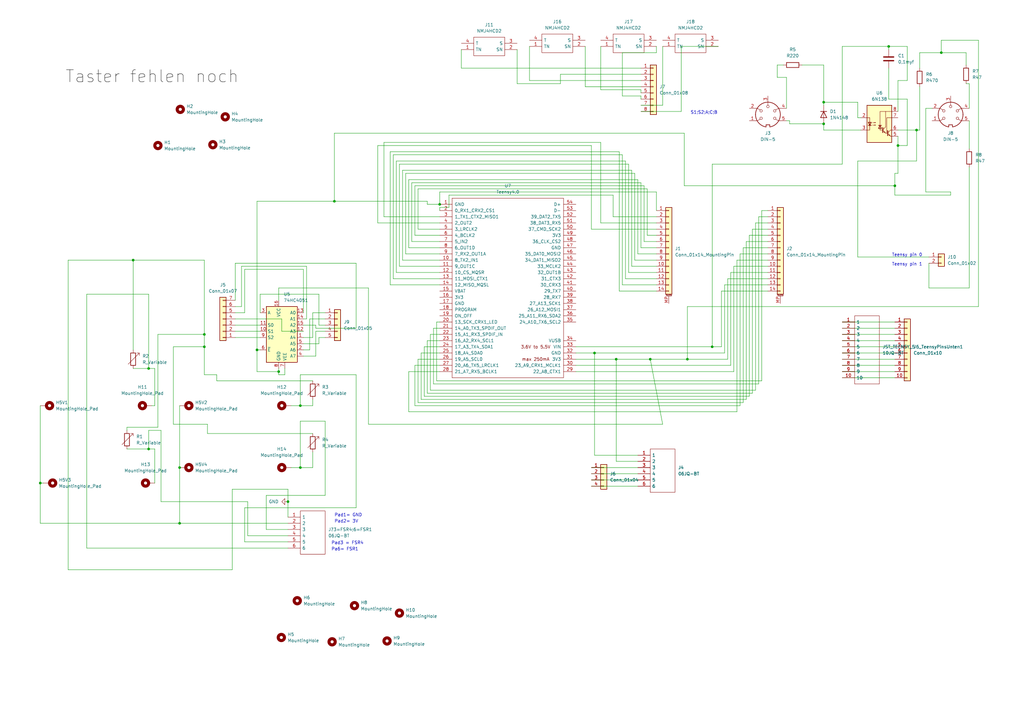
<source format=kicad_sch>
(kicad_sch (version 20211123) (generator eeschema)
  (paper "A3")
  (junction (at 16.51 198.12))
  (junction (at 281.94 147.32))
  (junction (at 337.82 50.8))
  (junction (at 367.03 76.2))
  (junction (at 83.82 137.16))
  (junction (at 123.19 166.37))
  (junction (at 73.66 214.63))
  (junction (at 105.41 143.51))
  (junction (at 252.73 147.32))
  (junction (at 180.34 83.82))
  (junction (at 266.7 147.32))
  (junction (at 364.49 19.05))
  (junction (at 337.82 41.91))
  (junction (at 114.3 152.4))
  (junction (at 137.16 82.55))
  (junction (at 60.96 184.15))
  (junction (at 368.3 59.69))
  (junction (at 118.11 205.74))
  (junction (at 292.1 142.24))
  (junction (at 83.82 142.24))
  (junction (at 123.19 191.77))
  (junction (at 54.61 106.68))
  (junction (at 243.84 144.78))
  (junction (at 60.96 151.13))
  (junction (at 375.92 53.34))
  (junction (at 386.08 21.59))
  (junction (at 73.66 191.77))
  (wire (pts (xy 279.4 19.05) (xy 279.4 45.72)))
  (wire (pts (xy 345.44 67.31) (xy 292.1 67.31)))
  (wire (pts (xy 128.27 163.83) (xy 128.27 166.37)))
  (wire (pts (xy 314.96 91.44) (xy 309.88 91.44)))
  (wire (pts (xy 345.44 137.16) (xy 367.03 137.16)))
  (wire (pts (xy 401.32 16.51) (xy 401.32 125.73)))
  (wire (pts (xy 180.34 139.7) (xy 175.26 139.7)))
  (wire (pts (xy 314.96 114.3) (xy 298.45 114.3)))
  (wire (pts (xy 124.46 140.97) (xy 130.81 140.97)))
  (wire (pts (xy 309.88 160.02) (xy 176.53 160.02)))
  (wire (pts (xy 85.09 177.8) (xy 128.27 177.8)))
  (wire (pts (xy 114.3 123.19) (xy 114.3 118.11)))
  (wire (pts (xy 128.27 156.21) (xy 88.9 156.21)))
  (wire (pts (xy 269.24 119.38) (xy 254 119.38)))
  (wire (pts (xy 96.52 130.81) (xy 115.57 130.81)))
  (wire (pts (xy 101.6 219.71) (xy 118.11 219.71)))
  (wire (pts (xy 130.81 138.43) (xy 133.35 138.43)))
  (wire (pts (xy 100.33 208.28) (xy 100.33 222.25)))
  (wire (pts (xy 318.77 26.67) (xy 321.31 26.67)))
  (wire (pts (xy 118.11 205.74) (xy 118.11 212.09)))
  (wire (pts (xy 265.43 77.47) (xy 171.45 77.47)))
  (wire (pts (xy 129.54 133.35) (xy 124.46 133.35)))
  (wire (pts (xy 189.23 20.32) (xy 189.23 27.94)))
  (wire (pts (xy 314.96 111.76) (xy 299.72 111.76)))
  (wire (pts (xy 100.33 222.25) (xy 118.11 222.25)))
  (wire (pts (xy 54.61 151.13) (xy 60.96 151.13)))
  (wire (pts (xy 345.44 149.86) (xy 367.03 149.86)))
  (wire (pts (xy 271.78 173.99) (xy 266.7 147.32)))
  (wire (pts (xy 229.87 30.48) (xy 262.89 30.48)))
  (wire (pts (xy 279.4 45.72) (xy 262.89 45.72)))
  (wire (pts (xy 63.5 166.37) (xy 62.23 166.37)))
  (wire (pts (xy 123.19 191.77) (xy 128.27 191.77)))
  (wire (pts (xy 128.27 185.42) (xy 128.27 191.77)))
  (wire (pts (xy 314.96 88.9) (xy 311.15 88.9)))
  (wire (pts (xy 27.94 106.68) (xy 27.94 233.68)))
  (wire (pts (xy 375.92 53.34) (xy 377.19 53.34)))
  (wire (pts (xy 109.22 203.2) (xy 109.22 217.17)))
  (wire (pts (xy 60.96 176.53) (xy 60.96 184.15)))
  (wire (pts (xy 66.04 205.74) (xy 101.6 205.74)))
  (wire (pts (xy 351.79 105.41) (xy 381 105.41)))
  (wire (pts (xy 114.3 152.4) (xy 114.3 153.67)))
  (wire (pts (xy 180.34 104.14) (xy 166.37 104.14)))
  (wire (pts (xy 60.96 120.65) (xy 35.56 120.65)))
  (wire (pts (xy 119.38 191.77) (xy 123.19 191.77)))
  (wire (pts (xy 171.45 147.32) (xy 180.34 147.32)))
  (wire (pts (xy 114.3 151.13) (xy 114.3 152.4)))
  (wire (pts (xy 269.24 116.84) (xy 255.27 116.84)))
  (wire (pts (xy 180.34 99.06) (xy 168.91 99.06)))
  (wire (pts (xy 130.81 120.65) (xy 130.81 133.35)))
  (wire (pts (xy 323.85 50.8) (xy 323.85 49.53)))
  (wire (pts (xy 96.52 135.89) (xy 106.68 135.89)))
  (wire (pts (xy 101.6 205.74) (xy 101.6 219.71)))
  (wire (pts (xy 52.07 184.15) (xy 60.96 184.15)))
  (wire (pts (xy 88.9 156.21) (xy 88.9 153.67)))
  (wire (pts (xy 137.16 54.61) (xy 137.16 82.55)))
  (wire (pts (xy 364.49 20.32) (xy 364.49 19.05)))
  (wire (pts (xy 123.19 172.72) (xy 123.19 191.77)))
  (wire (pts (xy 105.41 152.4) (xy 114.3 152.4)))
  (wire (pts (xy 124.46 146.05) (xy 129.54 146.05)))
  (wire (pts (xy 367.03 76.2) (xy 280.67 76.2)))
  (wire (pts (xy 96.52 138.43) (xy 106.68 138.43)))
  (wire (pts (xy 27.94 106.68) (xy 54.61 106.68)))
  (wire (pts (xy 177.8 157.48) (xy 177.8 134.62)))
  (wire (pts (xy 379.73 44.45) (xy 379.73 78.74)))
  (wire (pts (xy 175.26 139.7) (xy 175.26 161.29)))
  (wire (pts (xy 368.3 59.69) (xy 368.3 71.12)))
  (wire (pts (xy 255.27 63.5) (xy 255.27 116.84)))
  (wire (pts (xy 16.51 214.63) (xy 16.51 198.12)))
  (wire (pts (xy 367.03 76.2) (xy 367.03 80.01)))
  (wire (pts (xy 281.94 147.32) (xy 298.45 147.32)))
  (wire (pts (xy 364.49 19.05) (xy 372.11 19.05)))
  (wire (pts (xy 246.38 58.42) (xy 157.48 58.42)))
  (wire (pts (xy 246.38 19.05) (xy 246.38 36.83)))
  (wire (pts (xy 312.42 86.36) (xy 312.42 156.21)))
  (wire (pts (xy 73.66 166.37) (xy 73.66 191.77)))
  (wire (pts (xy 71.12 142.24) (xy 83.82 142.24)))
  (wire (pts (xy 180.34 144.78) (xy 172.72 144.78)))
  (wire (pts (xy 292.1 142.24) (xy 295.91 142.24)))
  (wire (pts (xy 345.44 139.7) (xy 367.03 139.7)))
  (wire (pts (xy 308.61 93.98) (xy 314.96 93.98)))
  (wire (pts (xy 240.03 35.56) (xy 262.89 35.56)))
  (wire (pts (xy 345.44 19.05) (xy 345.44 67.31)))
  (wire (pts (xy 367.03 71.12) (xy 367.03 76.2)))
  (wire (pts (xy 175.26 82.55) (xy 175.26 83.82)))
  (wire (pts (xy 160.02 62.23) (xy 160.02 116.84)))
  (wire (pts (xy 165.1 106.68) (xy 180.34 106.68)))
  (wire (pts (xy 242.57 59.69) (xy 154.94 59.69)))
  (wire (pts (xy 127 130.81) (xy 133.35 130.81)))
  (wire (pts (xy 262.89 36.83) (xy 262.89 38.1)))
  (wire (pts (xy 297.18 116.84) (xy 297.18 144.78)))
  (wire (pts (xy 129.54 135.89) (xy 133.35 135.89)))
  (wire (pts (xy 99.06 109.22) (xy 99.06 125.73)))
  (wire (pts (xy 133.35 172.72) (xy 133.35 203.2)))
  (wire (pts (xy 265.43 96.52) (xy 265.43 77.47)))
  (wire (pts (xy 124.46 135.89) (xy 115.57 135.89)))
  (wire (pts (xy 242.57 194.31) (xy 261.62 194.31)))
  (wire (pts (xy 401.32 125.73) (xy 281.94 125.73)))
  (wire (pts (xy 243.84 144.78) (xy 297.18 144.78)))
  (wire (pts (xy 299.72 111.76) (xy 299.72 149.86)))
  (wire (pts (xy 309.88 91.44) (xy 309.88 160.02)))
  (wire (pts (xy 114.3 118.11) (xy 151.13 118.11)))
  (wire (pts (xy 124.46 138.43) (xy 128.27 138.43)))
  (wire (pts (xy 266.7 147.32) (xy 281.94 147.32)))
  (wire (pts (xy 377.19 21.59) (xy 386.08 21.59)))
  (wire (pts (xy 261.62 73.66) (xy 167.64 73.66)))
  (wire (pts (xy 173.99 142.24) (xy 180.34 142.24)))
  (wire (pts (xy 306.07 99.06) (xy 314.96 99.06)))
  (wire (pts (xy 133.35 203.2) (xy 109.22 203.2)))
  (wire (pts (xy 259.08 69.85) (xy 165.1 69.85)))
  (wire (pts (xy 269.24 78.74) (xy 180.34 78.74)))
  (wire (pts (xy 318.77 31.75) (xy 318.77 26.67)))
  (wire (pts (xy 179.07 132.08) (xy 180.34 132.08)))
  (wire (pts (xy 368.3 71.12) (xy 367.03 71.12)))
  (wire (pts (xy 345.44 142.24) (xy 367.03 142.24)))
  (wire (pts (xy 314.96 96.52) (xy 307.34 96.52)))
  (wire (pts (xy 280.67 76.2) (xy 280.67 54.61)))
  (wire (pts (xy 259.08 109.22) (xy 259.08 69.85)))
  (wire (pts (xy 261.62 189.23) (xy 252.73 189.23)))
  (wire (pts (xy 269.24 111.76) (xy 257.81 111.76)))
  (wire (pts (xy 314.96 109.22) (xy 300.99 109.22)))
  (wire (pts (xy 167.64 101.6) (xy 180.34 101.6)))
  (wire (pts (xy 166.37 104.14) (xy 166.37 71.12)))
  (wire (pts (xy 397.51 118.11) (xy 381 118.11)))
  (wire (pts (xy 129.54 135.89) (xy 129.54 146.05)))
  (wire (pts (xy 397.51 44.45) (xy 397.51 34.29)))
  (wire (pts (xy 255.27 63.5) (xy 161.29 63.5)))
  (wire (pts (xy 63.5 184.15) (xy 63.5 198.12)))
  (wire (pts (xy 314.96 101.6) (xy 304.8 101.6)))
  (wire (pts (xy 236.22 142.24) (xy 292.1 142.24)))
  (wire (pts (xy 184.15 80.01) (xy 251.46 80.01)))
  (wire (pts (xy 256.54 114.3) (xy 256.54 66.04)))
  (wire (pts (xy 16.51 198.12) (xy 17.78 198.12)))
  (wire (pts (xy 262.89 39.37) (xy 262.89 40.64)))
  (wire (pts (xy 303.53 166.37) (xy 303.53 104.14)))
  (wire (pts (xy 162.56 66.04) (xy 162.56 111.76)))
  (wire (pts (xy 125.73 109.22) (xy 99.06 109.22)))
  (wire (pts (xy 123.19 153.67) (xy 123.19 166.37)))
  (wire (pts (xy 307.34 96.52) (xy 307.34 162.56)))
  (wire (pts (xy 382.27 44.45) (xy 379.73 44.45)))
  (wire (pts (xy 254 119.38) (xy 254 62.23)))
  (wire (pts (xy 118.11 200.66) (xy 118.11 205.74)))
  (wire (pts (xy 128.27 128.27) (xy 133.35 128.27)))
  (wire (pts (xy 264.16 76.2) (xy 170.18 76.2)))
  (wire (pts (xy 64.77 175.26) (xy 64.77 137.16)))
  (wire (pts (xy 105.41 82.55) (xy 105.41 143.51)))
  (wire (pts (xy 73.66 191.77) (xy 73.66 214.63)))
  (wire (pts (xy 386.08 21.59) (xy 396.24 21.59)))
  (wire (pts (xy 242.57 199.39) (xy 261.62 199.39)))
  (wire (pts (xy 127 130.81) (xy 127 143.51)))
  (wire (pts (xy 269.24 19.05) (xy 269.24 21.59)))
  (wire (pts (xy 269.24 21.59) (xy 255.27 21.59)))
  (wire (pts (xy 52.07 175.26) (xy 64.77 175.26)))
  (wire (pts (xy 229.87 34.29) (xy 229.87 30.48)))
  (wire (pts (xy 83.82 106.68) (xy 83.82 137.16)))
  (wire (pts (xy 252.73 147.32) (xy 266.7 147.32)))
  (wire (pts (xy 106.68 120.65) (xy 130.81 120.65)))
  (wire (pts (xy 337.82 43.18) (xy 337.82 41.91)))
  (wire (pts (xy 52.07 176.53) (xy 52.07 175.26)))
  (wire (pts (xy 298.45 114.3) (xy 298.45 147.32)))
  (wire (pts (xy 302.26 168.91) (xy 167.64 168.91)))
  (wire (pts (xy 345.44 152.4) (xy 367.03 152.4)))
  (wire (pts (xy 105.41 82.55) (xy 137.16 82.55)))
  (wire (pts (xy 96.52 123.19) (xy 96.52 107.95)))
  (wire (pts (xy 180.34 85.09) (xy 184.15 85.09)))
  (wire (pts (xy 124.46 110.49) (xy 100.33 110.49)))
  (wire (pts (xy 154.94 91.44) (xy 180.34 91.44)))
  (wire (pts (xy 353.06 48.26) (xy 351.79 48.26)))
  (wire (pts (xy 375.92 66.04) (xy 351.79 66.04)))
  (wire (pts (xy 260.35 106.68) (xy 269.24 106.68)))
  (wire (pts (xy 323.85 49.53) (xy 322.58 49.53)))
  (wire (pts (xy 96.52 133.35) (xy 106.68 133.35)))
  (wire (pts (xy 345.44 134.62) (xy 367.03 134.62)))
  (wire (pts (xy 60.96 120.65) (xy 60.96 151.13)))
  (wire (pts (xy 73.66 214.63) (xy 16.51 214.63)))
  (wire (pts (xy 157.48 58.42) (xy 157.48 88.9)))
  (wire (pts (xy 162.56 111.76) (xy 180.34 111.76)))
  (wire (pts (xy 314.96 119.38) (xy 295.91 119.38)))
  (wire (pts (xy 372.11 59.69) (xy 368.3 59.69)))
  (wire (pts (xy 262.89 101.6) (xy 262.89 74.93)))
  (wire (pts (xy 171.45 93.98) (xy 180.34 93.98)))
  (wire (pts (xy 66.04 176.53) (xy 60.96 176.53)))
  (wire (pts (xy 302.26 106.68) (xy 302.26 168.91)))
  (wire (pts (xy 16.51 198.12) (xy 16.51 166.37)))
  (wire (pts (xy 116.84 151.13) (xy 116.84 153.67)))
  (wire (pts (xy 236.22 149.86) (xy 299.72 149.86)))
  (wire (pts (xy 269.24 114.3) (xy 256.54 114.3)))
  (wire (pts (xy 163.83 67.31) (xy 163.83 109.22)))
  (wire (pts (xy 368.3 45.72) (xy 368.3 33.02)))
  (wire (pts (xy 242.57 93.98) (xy 269.24 93.98)))
  (wire (pts (xy 242.57 93.98) (xy 242.57 59.69)))
  (wire (pts (xy 337.82 53.34) (xy 337.82 50.8)))
  (wire (pts (xy 386.08 21.59) (xy 386.08 16.51)))
  (wire (pts (xy 269.24 86.36) (xy 269.24 78.74)))
  (wire (pts (xy 123.19 153.67) (xy 146.05 153.67)))
  (wire (pts (xy 177.8 134.62) (xy 180.34 134.62)))
  (wire (pts (xy 115.57 135.89) (xy 115.57 130.81)))
  (wire (pts (xy 236.22 152.4) (xy 300.99 152.4)))
  (wire (pts (xy 364.49 27.94) (xy 364.49 40.64)))
  (wire (pts (xy 345.44 154.94) (xy 367.03 154.94)))
  (wire (pts (xy 212.09 20.32) (xy 212.09 34.29)))
  (wire (pts (xy 105.41 143.51) (xy 105.41 152.4)))
  (wire (pts (xy 257.81 111.76) (xy 257.81 67.31)))
  (wire (pts (xy 308.61 161.29) (xy 308.61 93.98)))
  (wire (pts (xy 337.82 50.8) (xy 323.85 50.8)))
  (wire (pts (xy 63.5 151.13) (xy 63.5 166.37)))
  (wire (pts (xy 154.94 59.69) (xy 154.94 91.44)))
  (wire (pts (xy 269.24 109.22) (xy 259.08 109.22)))
  (wire (pts (xy 137.16 82.55) (xy 175.26 82.55)))
  (wire (pts (xy 168.91 74.93) (xy 168.91 99.06)))
  (wire (pts (xy 372.11 33.02) (xy 372.11 19.05)))
  (wire (pts (xy 171.45 77.47) (xy 171.45 93.98)))
  (wire (pts (xy 95.25 233.68) (xy 95.25 200.66)))
  (wire (pts (xy 35.56 224.79) (xy 118.11 224.79)))
  (wire (pts (xy 151.13 173.99) (xy 151.13 118.11)))
  (wire (pts (xy 165.1 69.85) (xy 165.1 106.68)))
  (wire (pts (xy 269.24 99.06) (xy 264.16 99.06)))
  (wire (pts (xy 130.81 140.97) (xy 130.81 138.43)))
  (wire (pts (xy 252.73 147.32) (xy 252.73 189.23)))
  (wire (pts (xy 172.72 144.78) (xy 172.72 163.83)))
  (wire (pts (xy 303.53 104.14) (xy 314.96 104.14)))
  (wire (pts (xy 106.68 128.27) (xy 106.68 120.65)))
  (wire (pts (xy 166.37 71.12) (xy 260.35 71.12)))
  (wire (pts (xy 27.94 233.68) (xy 95.25 233.68)))
  (wire (pts (xy 175.26 83.82) (xy 180.34 83.82)))
  (wire (pts (xy 127 143.51) (xy 124.46 143.51)))
  (wire (pts (xy 386.08 16.51) (xy 401.32 16.51)))
  (wire (pts (xy 95.25 200.66) (xy 118.11 200.66)))
  (wire (pts (xy 184.15 85.09) (xy 184.15 80.01)))
  (wire (pts (xy 377.19 21.59) (xy 377.19 27.94)))
  (wire (pts (xy 381 118.11) (xy 381 107.95)))
  (wire (pts (xy 180.34 86.36) (xy 180.34 85.09)))
  (wire (pts (xy 322.58 44.45) (xy 322.58 31.75)))
  (wire (pts (xy 217.17 19.05) (xy 217.17 33.02)))
  (wire (pts (xy 85.09 173.99) (xy 71.12 173.99)))
  (wire (pts (xy 271.78 43.18) (xy 262.89 43.18)))
  (wire (pts (xy 175.26 161.29) (xy 308.61 161.29)))
  (wire (pts (xy 379.73 78.74) (xy 389.89 78.74)))
  (wire (pts (xy 377.19 35.56) (xy 377.19 53.34)))
  (wire (pts (xy 176.53 160.02) (xy 176.53 137.16)))
  (wire (pts (xy 345.44 147.32) (xy 367.03 147.32)))
  (wire (pts (xy 60.96 184.15) (xy 63.5 184.15)))
  (wire (pts (xy 54.61 106.68) (xy 83.82 106.68)))
  (wire (pts (xy 255.27 21.59) (xy 255.27 39.37)))
  (wire (pts (xy 163.83 109.22) (xy 180.34 109.22)))
  (wire (pts (xy 124.46 128.27) (xy 124.46 110.49)))
  (wire (pts (xy 304.8 165.1) (xy 171.45 165.1)))
  (wire (pts (xy 364.49 40.64) (xy 372.11 40.64)))
  (wire (pts (xy 66.04 205.74) (xy 66.04 176.53)))
  (wire (pts (xy 396.24 26.67) (xy 396.24 21.59)))
  (wire (pts (xy 345.44 132.08) (xy 367.03 132.08)))
  (wire (pts (xy 397.51 68.58) (xy 397.51 118.11)))
  (wire (pts (xy 88.9 153.67) (xy 83.82 153.67)))
  (wire (pts (xy 261.62 186.69) (xy 243.84 186.69)))
  (wire (pts (xy 171.45 165.1) (xy 171.45 147.32)))
  (wire (pts (xy 242.57 191.77) (xy 261.62 191.77)))
  (wire (pts (xy 337.82 26.67) (xy 328.93 26.67)))
  (wire (pts (xy 353.06 53.34) (xy 337.82 53.34)))
  (wire (pts (xy 368.3 53.34) (xy 375.92 53.34)))
  (wire (pts (xy 173.99 162.56) (xy 173.99 142.24)))
  (wire (pts (xy 375.92 53.34) (xy 375.92 66.04)))
  (wire (pts (xy 240.03 19.05) (xy 240.03 35.56)))
  (wire (pts (xy 60.96 151.13) (xy 63.5 151.13)))
  (wire (pts (xy 397.51 49.53) (xy 397.51 60.96)))
  (wire (pts (xy 35.56 120.65) (xy 35.56 224.79)))
  (wire (pts (xy 125.73 130.81) (xy 125.73 109.22)))
  (wire (pts (xy 311.15 157.48) (xy 177.8 157.48)))
  (wire (pts (xy 170.18 149.86) (xy 170.18 166.37)))
  (wire (pts (xy 256.54 66.04) (xy 162.56 66.04)))
  (wire (pts (xy 246.38 91.44) (xy 269.24 91.44)))
  (wire (pts (xy 251.46 88.9) (xy 269.24 88.9)))
  (wire (pts (xy 345.44 144.78) (xy 367.03 144.78)))
  (wire (pts (xy 119.38 166.37) (xy 123.19 166.37)))
  (wire (pts (xy 189.23 27.94) (xy 262.89 27.94)))
  (wire (pts (xy 314.96 86.36) (xy 312.42 86.36)))
  (wire (pts (xy 217.17 33.02) (xy 262.89 33.02)))
  (wire (pts (xy 314.96 106.68) (xy 302.26 106.68)))
  (wire (pts (xy 280.67 54.61) (xy 137.16 54.61)))
  (wire (pts (xy 372.11 40.64) (xy 372.11 59.69)))
  (wire (pts (xy 170.18 76.2) (xy 170.18 96.52)))
  (wire (pts (xy 172.72 163.83) (xy 306.07 163.83)))
  (wire (pts (xy 123.19 166.37) (xy 128.27 166.37)))
  (wire (pts (xy 167.64 73.66) (xy 167.64 101.6)))
  (wire (pts (xy 176.53 137.16) (xy 180.34 137.16)))
  (wire (pts (xy 389.89 78.74) (xy 389.89 80.01)))
  (wire (pts (xy 322.58 31.75) (xy 318.77 31.75)))
  (wire (pts (xy 351.79 48.26) (xy 351.79 41.91)))
  (wire (pts (xy 314.96 116.84) (xy 297.18 116.84)))
  (wire (pts (xy 167.64 152.4) (xy 167.64 168.91)))
  (wire (pts (xy 236.22 144.78) (xy 243.84 144.78)))
  (wire (pts (xy 146.05 134.62) (xy 129.54 134.62)))
  (wire (pts (xy 251.46 80.01) (xy 251.46 88.9)))
  (wire (pts (xy 116.84 153.67) (xy 114.3 153.67)))
  (wire (pts (xy 180.34 149.86) (xy 170.18 149.86)))
  (wire (pts (xy 96.52 128.27) (xy 100.33 128.27)))
  (wire (pts (xy 161.29 63.5) (xy 161.29 114.3)))
  (wire (pts (xy 246.38 91.44) (xy 246.38 58.42)))
  (wire (pts (xy 124.46 130.81) (xy 125.73 130.81)))
  (wire (pts (xy 261.62 104.14) (xy 261.62 73.66)))
  (wire (pts (xy 161.29 114.3) (xy 180.34 114.3)))
  (wire (pts (xy 109.22 217.17) (xy 118.11 217.17)))
  (wire (pts (xy 246.38 36.83) (xy 262.89 36.83)))
  (wire (pts (xy 160.02 116.84) (xy 180.34 116.84)))
  (wire (pts (xy 212.09 34.29) (xy 229.87 34.29)))
  (wire (pts (xy 54.61 143.51) (xy 54.61 106.68)))
  (wire (pts (xy 295.91 119.38) (xy 295.91 142.24)))
  (wire (pts (xy 351.79 41.91) (xy 337.82 41.91)))
  (wire (pts (xy 83.82 137.16) (xy 83.82 142.24)))
  (wire (pts (xy 307.34 162.56) (xy 173.99 162.56)))
  (wire (pts (xy 294.64 19.05) (xy 279.4 19.05)))
  (wire (pts (xy 271.78 19.05) (xy 271.78 43.18)))
  (wire (pts (xy 312.42 156.21) (xy 179.07 156.21)))
  (wire (pts (xy 170.18 96.52) (xy 180.34 96.52)))
  (wire (pts (xy 128.27 138.43) (xy 128.27 128.27)))
  (wire (pts (xy 257.81 67.31) (xy 163.83 67.31)))
  (wire (pts (xy 170.18 166.37) (xy 303.53 166.37)))
  (wire (pts (xy 269.24 96.52) (xy 265.43 96.52)))
  (wire (pts (xy 151.13 173.99) (xy 271.78 173.99)))
  (wire (pts (xy 304.8 101.6) (xy 304.8 165.1)))
  (wire (pts (xy 243.84 186.69) (xy 243.84 144.78)))
  (wire (pts (xy 96.52 107.95) (xy 146.05 107.95)))
  (wire (pts (xy 292.1 67.31) (xy 292.1 142.24)))
  (wire (pts (xy 71.12 173.99) (xy 71.12 142.24)))
  (wire (pts (xy 105.41 143.51) (xy 106.68 143.51)))
  (wire (pts (xy 236.22 147.32) (xy 252.73 147.32)))
  (wire (pts (xy 367.03 80.01) (xy 389.89 80.01)))
  (wire (pts (xy 242.57 196.85) (xy 261.62 196.85)))
  (wire (pts (xy 146.05 153.67) (xy 146.05 208.28)))
  (wire (pts (xy 264.16 99.06) (xy 264.16 76.2)))
  (wire (pts (xy 368.3 33.02) (xy 372.11 33.02)))
  (wire (pts (xy 146.05 107.95) (xy 146.05 134.62)))
  (wire (pts (xy 64.77 137.16) (xy 83.82 137.16)))
  (wire (pts (xy 255.27 39.37) (xy 262.89 39.37)))
  (wire (pts (xy 254 62.23) (xy 160.02 62.23)))
  (wire (pts (xy 83.82 142.24) (xy 83.82 153.67)))
  (wire (pts (xy 368.3 55.88) (xy 368.3 59.69)))
  (wire (pts (xy 345.44 19.05) (xy 364.49 19.05)))
  (wire (pts (xy 130.81 133.35) (xy 133.35 133.35)))
  (wire (pts (xy 337.82 41.91) (xy 337.82 26.67)))
  (wire (pts (xy 269.24 104.14) (xy 261.62 104.14)))
  (wire (pts (xy 167.64 152.4) (xy 180.34 152.4)))
  (wire (pts (xy 157.48 88.9) (xy 180.34 88.9)))
  (wire (pts (xy 300.99 109.22) (xy 300.99 152.4)))
  (wire (pts (xy 260.35 71.12) (xy 260.35 106.68)))
  (wire (pts (xy 262.89 74.93) (xy 168.91 74.93)))
  (wire (pts (xy 397.51 34.29) (xy 396.24 34.29)))
  (wire (pts (xy 129.54 134.62) (xy 129.54 133.35)))
  (wire (pts (xy 306.07 163.83) (xy 306.07 99.06)))
  (wire (pts (xy 180.34 78.74) (xy 180.34 83.82)))
  (wire (pts (xy 351.79 66.04) (xy 351.79 105.41)))
  (wire (pts (xy 73.66 214.63) (xy 118.11 214.63)))
  (wire (pts (xy 133.35 172.72) (xy 123.19 172.72)))
  (wire (pts (xy 311.15 88.9) (xy 311.15 157.48)))
  (wire (pts (xy 146.05 208.28) (xy 100.33 208.28)))
  (wire (pts (xy 85.09 177.8) (xy 85.09 173.99)))
  (wire (pts (xy 99.06 125.73) (xy 96.52 125.73)))
  (wire (pts (xy 281.94 125.73) (xy 281.94 147.32)))
  (wire (pts (xy 100.33 110.49) (xy 100.33 128.27)))
  (wire (pts (xy 179.07 156.21) (xy 179.07 132.08)))
  (wire (pts (xy 269.24 101.6) (xy 262.89 101.6)))
  (text "Pa6= FSR1" (at 135.89 226.06 0) (effects (font (size 1.27 1.27)) (justify left bottom)))
  (text "Teensy pin 1" (at 365.76 109.22 0) (effects (font (size 1.27 1.27)) (justify left bottom)))
  (text "Pad2= 3V" (at 137.16 214.63 0) (effects (font (size 1.27 1.27)) (justify left bottom)))
  (text "Pad1= GND" (at 137.16 212.09 0) (effects (font (size 1.27 1.27)) (justify left bottom)))
  (text "Teensy pin 0" (at 365.76 105.41 0) (effects (font (size 1.27 1.27)) (justify left bottom)))
  (text "Pad3 = FSR4" (at 135.89 223.52 0) (effects (font (size 1.27 1.27)) (justify left bottom)))
  (text "S1;S2;A;C;B" (at 283.21 46.99 0) (effects (font (size 1.27 1.27)) (justify left bottom)))
  (label "Taster fehlen noch" (at 26.67 35.56 0) (effects (font (size 5 5))))
  (symbol (lib_id "SamacSys_Parts:NMJ4HCD2") (at 217.17 16.51 0) (unit 1)
    (property "Reference" "J16" (at 228.6 8.89 0))
    (property "Value" "NMJ4HCD2" (at 228.6 11.43 0))
    (property "Footprint" "SamacSys_Parts:NMJ4HCD2" (effects hide))
    (property "Datasheet" "https://componentsearchengine.com/Datasheets/5/NMJ4HCD2.pdf" (effects hide))
    (property "Description" "Phone Connectors 2C MONO 2-SPST NC" (effects hide))
    (property "Mouser Part Number" "550-12202" (effects hide))
    (property "Mouser Price/Stock" "https://www.mouser.co.uk/ProductDetail/Neutrik/NMJ4HCD2?qs=SzdD80gJ2cAr9Xh3wJi7nw%3D%3D" (effects hide))
    (property "Manufacturer_Name" "Neutrik" (effects hide))
    (property "Manufacturer_Part_Number" "NMJ4HCD2" (effects hide))
  )
  (symbol (lib_id "Device:R_Variable") (at 128.27 160.02 0) (unit 1)
    (property "Reference" "R3" (at 132.08 158.7499 0) (effects (justify left)))
    (property "Value" "R_Variable" (at 132.08 161.2899 0) (effects (justify left)))
    (property "Footprint" "Resistor_THT:R_Axial_DIN0411_L9.9mm_D3.6mm_P12.70mm_Horizontal" (effects hide))
  )
  (symbol (lib_id "06JQ-BT:06JQ-BT") (at 118.11 212.09 0) (unit 1)
    (property "Reference" "J?3=FSR4;6=FSR1" (at 134.62 217.1699 0) (effects (justify left)))
    (property "Value" "06JQ-BT" (at 134.62 219.7099 0) (effects (justify left)))
    (property "Footprint" "Connector_JST:JST_XH_B6B-XH-A_1x06_P2.50mm_Vertical" (effects hide))
    (property "Datasheet" "http://www.jst-mfg.com/product/pdf/eng/eJQ.pdf" (effects hide))
    (property "Description" "CONN RCPT 6POS 0.098 TIN PCB" (effects hide))
    (property "Height" "9.5" (effects hide))
    (property "Manufacturer_Name" "JST (JAPAN SOLDERLESS TERMINALS)" (effects hide))
    (property "Manufacturer_Part_Number" "06JQ-BT" (effects hide))
    (property "Arrow Part Number" "06JQ-BT" (effects hide))
    (property "Arrow Price/Stock" "https://www.arrow.com/en/products/06jq-bt/jst-manufacturing" (effects hide))
  )
  (symbol (lib_id "Connector_Generic:Conn_01x08") (at 267.97 35.56 0) (unit 1)
    (property "Reference" "J7" (at 270.51 35.5599 0) (effects (justify left)))
    (property "Value" "Conn_01x08" (at 270.51 38.0999 0) (effects (justify left)))
    (property "Footprint" "Connector_PinHeader_2.54mm:PinHeader_1x08_P2.54mm_Vertical" (effects hide))
  )
  (symbol (lib_id "Connector_Generic:Conn_01x04") (at 247.65 194.31 0) (unit 1)
    (property "Reference" "J6" (at 250.19 194.3099 0) (effects (justify left)))
    (property "Value" "Conn_01x04" (at 250.19 196.8499 0) (effects (justify left)))
    (property "Footprint" "Connector_PinHeader_2.54mm:PinHeader_1x04_P2.54mm_Vertical" (effects hide))
  )
  (symbol (lib_id "Mechanical:MountingHole_Pad") (at 76.2 191.77 270) (unit 1)
    (property "Reference" "H5V4" (at 80.01 190.4999 90) (effects (justify left)))
    (property "Value" "MountingHole_Pad" (at 80.01 193.0399 90) (effects (justify left)))
    (property "Footprint" "project_fp:SolderWirePad_1x01_SMD_5x10mm" (effects hide))
  )
  (symbol (lib_id "Mechanical:MountingHole_Pad") (at 19.05 166.37 270) (unit 1)
    (property "Reference" "H5V1" (at 22.86 165.0999 90) (effects (justify left)))
    (property "Value" "MountingHole_Pad" (at 22.86 167.6399 90) (effects (justify left)))
    (property "Footprint" "project_fp:SolderWirePad_1x01_SMD_5x10mm" (effects hide))
  )
  (symbol (lib_id "Device:R") (at 377.19 31.75 0) (unit 1)
    (property "Reference" "R6" (at 379.73 30.4799 0) (effects (justify left)))
    (property "Value" "R470" (at 379.73 33.0199 0) (effects (justify left)))
    (property "Footprint" "Resistor_THT:R_Axial_DIN0411_L9.9mm_D3.6mm_P12.70mm_Horizontal" (effects hide))
  )
  (symbol (lib_id "Connector_Generic:Conn_01x10") (at 372.11 142.24 0) (unit 1)
    (property "Reference" "J6_TeensyPinsUnten1" (at 374.65 142.2399 0) (effects (justify left)))
    (property "Value" "Conn_01x10" (at 374.65 144.7799 0) (effects (justify left)))
    (property "Footprint" "Connector_PinHeader_2.54mm:PinHeader_1x10_P2.54mm_Vertical" (effects hide))
  )
  (symbol (lib_id "Mechanical:MountingHole") (at 136.2157 263.2288 0) (unit 1)
    (property "Reference" "H7" (at 138.7557 261.9587 0) (effects (justify left)))
    (property "Value" "MountingHole" (at 138.7557 264.4987 0) (effects (justify left)))
    (property "Footprint" "MountingHole:MountingHole_3mm" (effects hide))
  )
  (symbol (lib_id "Device:R_Variable") (at 128.27 181.61 0) (unit 1)
    (property "Reference" "R4" (at 132.08 180.3399 0) (effects (justify left)))
    (property "Value" "R_Variable" (at 132.08 182.8799 0) (effects (justify left)))
    (property "Footprint" "Resistor_THT:R_Axial_DIN0411_L9.9mm_D3.6mm_P12.70mm_Horizontal" (effects hide))
  )
  (symbol (lib_id "Diode:1N4148") (at 337.82 46.99 270) (unit 1)
    (property "Reference" "D1" (at 340.36 45.7199 90) (effects (justify left)))
    (property "Value" "1N4148" (at 340.36 48.2599 90) (effects (justify left)))
    (property "Footprint" "Diode_THT:D_DO-35_SOD27_P7.62mm_Horizontal" (effects hide))
    (property "Datasheet" "https://assets.nexperia.com/documents/data-sheet/1N4148_1N4448.pdf" (effects hide))
  )
  (symbol (lib_id "Mechanical:MountingHole") (at 158.75 262.89 0) (unit 1)
    (property "Reference" "H9" (at 161.29 261.6199 0) (effects (justify left)))
    (property "Value" "MountingHole" (at 161.29 264.1599 0) (effects (justify left)))
    (property "Footprint" "MountingHole:MountingHole_3mm" (effects hide))
  )
  (symbol (lib_id "10JQ-BT:10JQ-BT") (at 345.44 132.08 0) (unit 1)
    (property "Reference" "JST_TEENSY_5" (at 361.95 142.2399 0) (effects (justify left)))
    (property "Value" "10JQ-BT" (at 361.95 144.7799 0) (effects (justify left)))
    (property "Footprint" "Connector_JST:JST_SH_SM10B-SRSS-TB_1x10-1MP_P1.00mm_Horizontal" (effects hide))
    (property "Datasheet" "http://www.jst-mfg.com/product/pdf/jpn/JQ.pdf?5d2869bdd0923" (effects hide))
    (property "Description" "JST Automotive Connectors" (effects hide))
    (property "Height" "9.5" (effects hide))
    (property "Manufacturer_Name" "JST (JAPAN SOLDERLESS TERMINALS)" (effects hide))
    (property "Manufacturer_Part_Number" "10JQ-BT" (effects hide))
    (property "Mouser Part Number" "N/A" (effects hide))
    (property "Mouser Price/Stock" "https://www.mouser.co.uk/ProductDetail/JST/10JQ-BT?qs=w%2Fv1CP2dgqr8jPgLFLsY8Q%3D%3D" (effects hide))
  )
  (symbol (lib_id "Device:R") (at 325.12 26.67 90) (unit 1)
    (property "Reference" "R5" (at 325.12 20.32 90))
    (property "Value" "R220" (at 325.12 22.86 90))
    (property "Footprint" "Resistor_THT:R_Axial_DIN0411_L9.9mm_D3.6mm_P12.70mm_Horizontal" (effects hide))
  )
  (symbol (lib_id "Mechanical:MountingHole_Pad") (at 59.69 166.37 90) (unit 1)
    (property "Reference" "H11" (at 58.42 158.75 90))
    (property "Value" "MountingHole_Pad" (at 58.42 161.29 90))
    (property "Footprint" "project_fp:SolderWirePad_1x01_SMD_5x10mm" (effects hide))
  )
  (symbol (lib_id "SamacSys_Parts:NMJ4HCD2") (at 271.78 16.51 0) (unit 1)
    (property "Reference" "J18" (at 283.21 8.89 0))
    (property "Value" "NMJ4HCD2" (at 283.21 11.43 0))
    (property "Footprint" "SamacSys_Parts:NMJ4HCD2" (effects hide))
    (property "Datasheet" "https://componentsearchengine.com/Datasheets/5/NMJ4HCD2.pdf" (effects hide))
    (property "Description" "Phone Connectors 2C MONO 2-SPST NC" (effects hide))
    (property "Mouser Part Number" "550-12202" (effects hide))
    (property "Mouser Price/Stock" "https://www.mouser.co.uk/ProductDetail/Neutrik/NMJ4HCD2?qs=SzdD80gJ2cAr9Xh3wJi7nw%3D%3D" (effects hide))
    (property "Manufacturer_Name" "Neutrik" (effects hide))
    (property "Manufacturer_Part_Number" "NMJ4HCD2" (effects hide))
  )
  (symbol (lib_id "Device:C") (at 364.49 24.13 0) (unit 1)
    (property "Reference" "C1" (at 368.3 22.8599 0) (effects (justify left)))
    (property "Value" "0,1myf" (at 368.3 25.3999 0) (effects (justify left)))
    (property "Footprint" "Capacitor_THT:CP_Radial_D6.3mm_P2.50mm" (effects hide))
  )
  (symbol (lib_id "Mechanical:MountingHole_Pad") (at 116.84 166.37 90) (unit 1)
    (property "Reference" "H12" (at 115.57 158.75 90))
    (property "Value" "MountingHole_Pad" (at 115.57 161.29 90))
    (property "Footprint" "project_fp:SolderWirePad_1x01_SMD_5x10mm" (effects hide))
  )
  (symbol (lib_id "Mechanical:MountingHole") (at 92.3843 47.9212 0) (unit 1)
    (property "Reference" "H4" (at 94.9243 46.6511 0) (effects (justify left)))
    (property "Value" "MountingHole" (at 94.9243 49.1911 0) (effects (justify left)))
    (property "Footprint" "MountingHole:MountingHole_3mm" (effects hide))
  )
  (symbol (lib_id "Mechanical:MountingHole_Pad") (at 76.2 166.37 270) (unit 1)
    (property "Reference" "H5V2" (at 80.01 165.0999 90) (effects (justify left)))
    (property "Value" "MountingHole_Pad" (at 80.01 167.6399 90) (effects (justify left)))
    (property "Footprint" "project_fp:SolderWirePad_1x01_SMD_5x10mm" (effects hide))
  )
  (symbol (lib_id "Mechanical:MountingHole") (at 145.3939 248.4024 0) (unit 1)
    (property "Reference" "H8" (at 147.9339 247.1323 0) (effects (justify left)))
    (property "Value" "MountingHole" (at 147.9339 249.6723 0) (effects (justify left)))
    (property "Footprint" "MountingHole:MountingHole_3mm" (effects hide))
  )
  (symbol (lib_id "SamacSys_Parts:NMJ4HCD2") (at 246.38 16.51 0) (unit 1)
    (property "Reference" "J17" (at 257.81 8.89 0))
    (property "Value" "NMJ4HCD2" (at 257.81 11.43 0))
    (property "Footprint" "SamacSys_Parts:NMJ4HCD2" (effects hide))
    (property "Datasheet" "https://componentsearchengine.com/Datasheets/5/NMJ4HCD2.pdf" (effects hide))
    (property "Description" "Phone Connectors 2C MONO 2-SPST NC" (effects hide))
    (property "Mouser Part Number" "550-12202" (effects hide))
    (property "Mouser Price/Stock" "https://www.mouser.co.uk/ProductDetail/Neutrik/NMJ4HCD2?qs=SzdD80gJ2cAr9Xh3wJi7nw%3D%3D" (effects hide))
    (property "Manufacturer_Name" "Neutrik" (effects hide))
    (property "Manufacturer_Part_Number" "NMJ4HCD2" (effects hide))
  )
  (symbol (lib_id "Mechanical:MountingHole_Pad") (at 116.84 191.77 90) (unit 1)
    (property "Reference" "H14" (at 115.57 184.15 90))
    (property "Value" "MountingHole_Pad" (at 115.57 186.69 90))
    (property "Footprint" "project_fp:SolderWirePad_1x01_SMD_5x10mm" (effects hide))
  )
  (symbol (lib_id "teensy:Teensy4.0") (at 208.28 118.11 0) (unit 1)
    (property "Reference" "U7" (at 208.28 76.2 0))
    (property "Value" "Teensy4.0" (at 208.28 78.74 0))
    (property "Footprint" "KiCad:Teensy40" (effects hide))
  )
  (symbol (lib_id "Connector_Generic_MountingPin:Conn_01x14_MountingPin") (at 274.32 101.6 0) (unit 1)
    (property "Reference" "J1" (at 276.86 101.9555 0) (effects (justify left)))
    (property "Value" "Conn_01x14_MountingPin" (at 276.86 104.4955 0) (effects (justify left)))
    (property "Footprint" "Connector_PinHeader_2.54mm:PinHeader_1x14_P2.54mm_Vertical" (effects hide))
  )
  (symbol (lib_id "06JQ-BT:06JQ-BT") (at 261.62 186.69 0) (unit 1)
    (property "Reference" "J4" (at 278.13 191.7699 0) (effects (justify left)))
    (property "Value" "06JQ-BT" (at 278.13 194.3099 0) (effects (justify left)))
    (property "Footprint" "Connector_JST:JST_XH_B6B-XH-A_1x06_P2.50mm_Vertical" (effects hide))
    (property "Datasheet" "http://www.jst-mfg.com/product/pdf/eng/eJQ.pdf" (effects hide))
    (property "Description" "CONN RCPT 6POS 0.098 TIN PCB" (effects hide))
    (property "Height" "9.5" (effects hide))
    (property "Manufacturer_Name" "JST (JAPAN SOLDERLESS TERMINALS)" (effects hide))
    (property "Manufacturer_Part_Number" "06JQ-BT" (effects hide))
    (property "Arrow Part Number" "06JQ-BT" (effects hide))
    (property "Arrow Price/Stock" "https://www.arrow.com/en/products/06jq-bt/jst-manufacturing" (effects hide))
  )
  (symbol (lib_id "SamacSys_Parts:NMJ4HCD2") (at 189.23 17.78 0) (unit 1)
    (property "Reference" "J11" (at 200.66 10.16 0))
    (property "Value" "NMJ4HCD2" (at 200.66 12.7 0))
    (property "Footprint" "SamacSys_Parts:NMJ4HCD2" (effects hide))
    (property "Datasheet" "https://componentsearchengine.com/Datasheets/5/NMJ4HCD2.pdf" (effects hide))
    (property "Description" "Phone Connectors 2C MONO 2-SPST NC" (effects hide))
    (property "Mouser Part Number" "550-12202" (effects hide))
    (property "Mouser Price/Stock" "https://www.mouser.co.uk/ProductDetail/Neutrik/NMJ4HCD2?qs=SzdD80gJ2cAr9Xh3wJi7nw%3D%3D" (effects hide))
    (property "Manufacturer_Name" "Neutrik" (effects hide))
    (property "Manufacturer_Part_Number" "NMJ4HCD2" (effects hide))
  )
  (symbol (lib_id "Device:R") (at 397.51 64.77 0) (unit 1)
    (property "Reference" "R8" (at 400.05 63.4999 0) (effects (justify left)))
    (property "Value" "R47" (at 400.05 66.0399 0) (effects (justify left)))
    (property "Footprint" "Resistor_THT:R_Axial_DIN0411_L9.9mm_D3.6mm_P12.70mm_Horizontal" (effects hide))
  )
  (symbol (lib_id "Mechanical:MountingHole") (at 121.92 246.38 0) (unit 1)
    (property "Reference" "H6" (at 124.46 245.1099 0) (effects (justify left)))
    (property "Value" "MountingHole" (at 124.46 247.6499 0) (effects (justify left)))
    (property "Footprint" "MountingHole:MountingHole_3mm" (effects hide))
  )
  (symbol (lib_id "Connector_Generic_MountingPin:Conn_01x14_MountingPin") (at 320.04 101.6 0) (unit 1)
    (property "Reference" "J2" (at 322.58 101.9555 0) (effects (justify left)))
    (property "Value" "Conn_01x14_MountingPin" (at 322.58 104.4955 0) (effects (justify left)))
    (property "Footprint" "Connector_PinHeader_2.54mm:PinHeader_1x14_P2.54mm_Vertical" (effects hide))
  )
  (symbol (lib_id "74xx:74HC4051") (at 114.3 135.89 0) (unit 1)
    (property "Reference" "U5" (at 116.3194 120.65 0) (effects (justify left)))
    (property "Value" "74HC4051" (at 116.3194 123.19 0) (effects (justify left)))
    (property "Footprint" "KiCad:DIP794W53P254L1930H508Q16N" (effects hide))
    (property "Datasheet" "http://www.ti.com/lit/ds/symlink/cd74hc4051.pdf" (effects hide))
  )
  (symbol (lib_id "Mechanical:MountingHole") (at 64.77 59.69 0) (unit 1)
    (property "Reference" "H1" (at 67.31 58.4199 0) (effects (justify left)))
    (property "Value" "MountingHole" (at 67.31 60.9599 0) (effects (justify left)))
    (property "Footprint" "MountingHole:MountingHole_3mm" (effects hide))
  )
  (symbol (lib_id "Connector_Generic:Conn_01x05") (at 138.43 133.35 0) (unit 1)
    (property "Reference" "J9" (at 140.97 132.0799 0) (effects (justify left)))
    (property "Value" "Conn_01x05" (at 140.97 134.6199 0) (effects (justify left)))
    (property "Footprint" "Connector_PinHeader_2.54mm:PinHeader_1x05_P2.54mm_Vertical" (effects hide))
  )
  (symbol (lib_id "Device:R") (at 396.24 30.48 0) (unit 1)
    (property "Reference" "R7" (at 398.78 29.2099 0) (effects (justify left)))
    (property "Value" "R47" (at 398.78 31.7499 0) (effects (justify left)))
    (property "Footprint" "Resistor_THT:R_Axial_DIN0411_L9.9mm_D3.6mm_P12.70mm_Horizontal" (effects hide))
  )
  (symbol (lib_id "Mechanical:MountingHole_Pad") (at 60.96 198.12 90) (unit 1)
    (property "Reference" "H13" (at 59.69 190.5 90))
    (property "Value" "MountingHole_Pad" (at 59.69 193.04 90))
    (property "Footprint" "project_fp:SolderWirePad_1x01_SMD_5x10mm" (effects hide))
  )
  (symbol (lib_id "Device:R_Variable") (at 52.07 180.34 0) (unit 1)
    (property "Reference" "R1" (at 55.88 179.0699 0) (effects (justify left)))
    (property "Value" "R_Variable" (at 55.88 181.6099 0) (effects (justify left)))
    (property "Footprint" "Resistor_THT:R_Axial_DIN0411_L9.9mm_D3.6mm_P12.70mm_Horizontal" (effects hide))
  )
  (symbol (lib_id "Mechanical:MountingHole") (at 115.3882 261.4637 0) (unit 1)
    (property "Reference" "H5" (at 117.9282 260.1936 0) (effects (justify left)))
    (property "Value" "MountingHole" (at 117.9282 262.7336 0) (effects (justify left)))
    (property "Footprint" "MountingHole:MountingHole_3mm" (effects hide))
  )
  (symbol (lib_id "Connector_Generic:Conn_01x07") (at 91.44 130.81 180) (unit 1)
    (property "Reference" "J5" (at 91.44 116.84 0))
    (property "Value" "Conn_01x07" (at 91.44 119.38 0))
    (property "Footprint" "Connector_PinHeader_2.54mm:PinHeader_1x07_P2.54mm_Vertical" (effects hide))
  )
  (symbol (lib_id "Mechanical:MountingHole_Pad") (at 20.32 198.12 270) (unit 1)
    (property "Reference" "H5V3" (at 24.13 196.8499 90) (effects (justify left)))
    (property "Value" "MountingHole_Pad" (at 24.13 199.3899 90) (effects (justify left)))
    (property "Footprint" "project_fp:SolderWirePad_1x01_SMD_5x10mm" (effects hide))
  )
  (symbol (lib_id "Connector:DIN-5") (at 389.89 46.99 0) (unit 1)
    (property "Reference" "J8" (at 389.8901 54.61 0))
    (property "Value" "DIN-5" (at 389.8901 57.15 0))
    (property "Footprint" "project_fp:SDS-50J_MIDI_JACK" (effects hide))
    (property "Datasheet" "http://www.mouser.com/ds/2/18/40_c091_abd_e-75918.pdf" (effects hide))
  )
  (symbol (lib_id "Connector:DIN-5") (at 314.96 46.99 0) (unit 1)
    (property "Reference" "J3" (at 314.9601 54.61 0))
    (property "Value" "DIN-5" (at 314.9601 57.15 0))
    (property "Footprint" "project_fp:SDS-50J_MIDI_JACK" (effects hide))
    (property "Datasheet" "http://www.mouser.com/ds/2/18/40_c091_abd_e-75918.pdf" (effects hide))
  )
  (symbol (lib_id "Connector_Generic:Conn_01x02") (at 386.08 105.41 0) (unit 1)
    (property "Reference" "J10" (at 388.62 105.4099 0) (effects (justify left)))
    (property "Value" "Conn_01x02" (at 388.62 107.9499 0) (effects (justify left)))
    (property "Footprint" "Connector_PinHeader_2.54mm:PinHeader_1x02_P2.54mm_Vertical" (effects hide))
  )
  (symbol (lib_id "power:GND") (at 118.11 205.74 270) (unit 1)
    (property "Reference" "#PWR0101" (effects hide))
    (property "Value" "GND" (at 114.3 205.7399 90) (effects (justify right)))
  )
  (symbol (lib_id "Device:R_Variable") (at 54.61 147.32 0) (unit 1)
    (property "Reference" "R2" (at 58.42 146.0499 0) (effects (justify left)))
    (property "Value" "R_Variable" (at 58.42 148.5899 0) (effects (justify left)))
    (property "Footprint" "Resistor_THT:R_Axial_DIN0411_L9.9mm_D3.6mm_P12.70mm_Horizontal" (effects hide))
  )
  (symbol (lib_id "Mechanical:MountingHole") (at 163.83 251.46 0) (unit 1)
    (property "Reference" "H10" (at 166.37 250.1899 0) (effects (justify left)))
    (property "Value" "MountingHole" (at 166.37 252.7299 0) (effects (justify left)))
    (property "Footprint" "MountingHole:MountingHole_3mm" (effects hide))
  )
  (symbol (lib_id "Mechanical:MountingHole") (at 73.9482 44.8636 0) (unit 1)
    (property "Reference" "H2" (at 76.4882 43.5935 0) (effects (justify left)))
    (property "Value" "MountingHole" (at 76.4882 46.1335 0) (effects (justify left)))
    (property "Footprint" "MountingHole:MountingHole_3mm" (effects hide))
  )
  (symbol (lib_id "Isolator:6N138") (at 360.68 50.8 0) (unit 1)
    (property "Reference" "U6" (at 360.68 38.1 0))
    (property "Value" "6N138" (at 360.68 40.64 0))
    (property "Footprint" "KiCad:DIP762W56P254L966H508Q8N" (effects hide))
    (property "Datasheet" "http://www.onsemi.com/pub/Collateral/HCPL2731-D.pdf" (effects hide))
  )
  (symbol (lib_id "Mechanical:MountingHole") (at 87.3043 59.3512 0) (unit 1)
    (property "Reference" "H3" (at 89.8443 58.0811 0) (effects (justify left)))
    (property "Value" "MountingHole" (at 89.8443 60.6211 0) (effects (justify left)))
    (property "Footprint" "MountingHole:MountingHole_3mm" (effects hide))
  )
)
</source>
